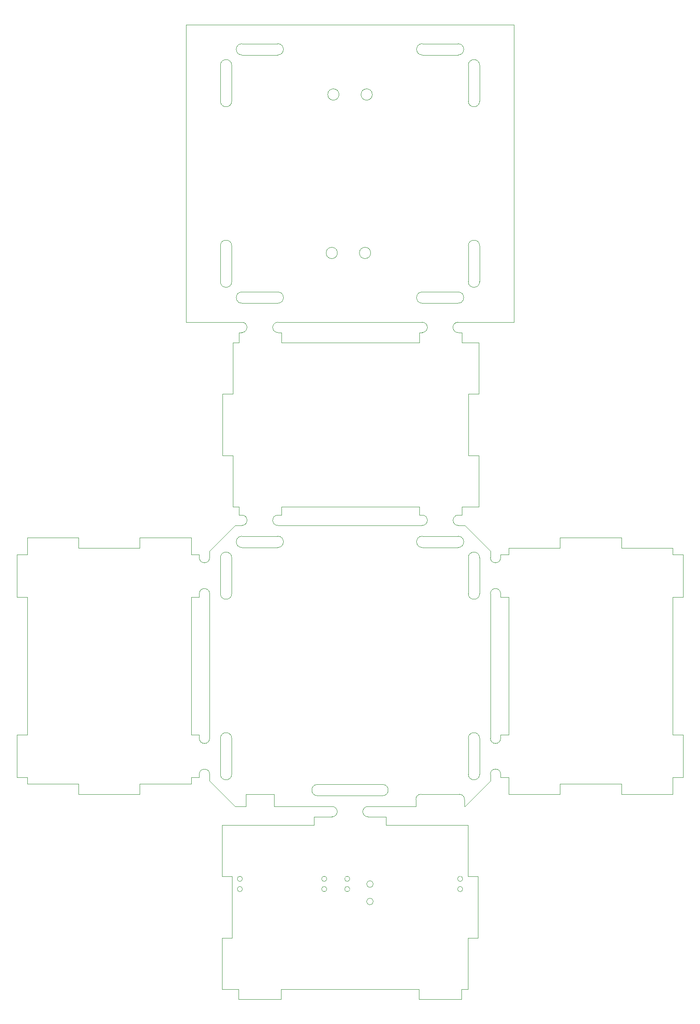
<source format=gm1>
G04 #@! TF.GenerationSoftware,KiCad,Pcbnew,(6.0.1)*
G04 #@! TF.CreationDate,2022-11-09T09:08:09-03:00*
G04 #@! TF.ProjectId,PANEL-COMPLETE,50414e45-4c2d-4434-9f4d-504c4554452e,Rev 3*
G04 #@! TF.SameCoordinates,Original*
G04 #@! TF.FileFunction,Profile,NP*
%FSLAX46Y46*%
G04 Gerber Fmt 4.6, Leading zero omitted, Abs format (unit mm)*
G04 Created by KiCad (PCBNEW (6.0.1)) date 2022-11-09 09:08:09*
%MOMM*%
%LPD*%
G01*
G04 APERTURE LIST*
G04 #@! TA.AperFunction,Profile*
%ADD10C,0.100000*%
G04 #@! TD*
G04 #@! TA.AperFunction,Profile*
%ADD11C,0.120000*%
G04 #@! TD*
G04 APERTURE END LIST*
D10*
X180898325Y-95539200D02*
G75*
G03*
X178698325Y-95539200I-1100000J0D01*
G01*
X226348325Y-203462925D02*
G75*
G03*
X225348325Y-202462925I-1000003J-3D01*
G01*
X226398325Y-150062725D02*
X225120772Y-150062725D01*
X180898325Y-191562725D02*
G75*
G03*
X178698325Y-191562725I-1100000J0D01*
G01*
X229298325Y-95539200D02*
X229298325Y-102539200D01*
X162975175Y-154462725D02*
X150975175Y-154462725D01*
X216848325Y-204862925D02*
X216848325Y-203462925D01*
X176598325Y-199862725D02*
X176598325Y-198578581D01*
X267008325Y-202462725D02*
X267008325Y-199212725D01*
X226998325Y-218462725D02*
X228998325Y-218462725D01*
X229109800Y-146452525D02*
X229109800Y-136452525D01*
X207498289Y-206862725D02*
X210998325Y-206862725D01*
X182248325Y-240462725D02*
X182248325Y-242462725D01*
X196998325Y-206862725D02*
X200498361Y-206862725D01*
X171998325Y-52439200D02*
X235998325Y-52439200D01*
X225098325Y-106739200D02*
X218098325Y-106739200D01*
X171998325Y-110439200D02*
X171998325Y-52439200D01*
X218095000Y-112452525D02*
X217559800Y-112452525D01*
X225998325Y-218962725D02*
G75*
G03*
X225998325Y-218962725I-500000J0D01*
G01*
X233408325Y-164012725D02*
X235008325Y-164012725D01*
X226398325Y-204862725D02*
X231398325Y-199862725D01*
X225098325Y-106739200D02*
G75*
G03*
X225098325Y-104539200I0J1100000D01*
G01*
X267008325Y-155712725D02*
X267008325Y-154462725D01*
X233408325Y-199212725D02*
X235008325Y-199212725D01*
X226398325Y-204862725D02*
X226348325Y-204862925D01*
X233408325Y-155712725D02*
X235008325Y-155712725D01*
X197648325Y-200562725D02*
G75*
G03*
X197648325Y-202762725I0J-1100000D01*
G01*
X227098325Y-191562725D02*
X227098325Y-198562725D01*
X227109800Y-124452525D02*
X229109800Y-124452525D01*
X231398325Y-156346583D02*
X231398325Y-155062725D01*
X182889500Y-148052525D02*
X182359800Y-148052525D01*
X174575175Y-199212725D02*
X172975175Y-199212725D01*
X228998325Y-218462725D02*
X228998325Y-230462725D01*
X180898325Y-60339200D02*
G75*
G03*
X178698325Y-60339200I-1100000J0D01*
G01*
X190659800Y-148052525D02*
X189906350Y-148052525D01*
X182890588Y-112452525D02*
X182359800Y-112452525D01*
X225061482Y-110439199D02*
G75*
G03*
X225163041Y-112452525I50780J-1006663D01*
G01*
X225098325Y-58339200D02*
G75*
G03*
X225098325Y-56139200I0J1100000D01*
G01*
X190548325Y-240462725D02*
X190548325Y-242462725D01*
X225859800Y-148052525D02*
X225859800Y-146452525D01*
X229298325Y-156362725D02*
G75*
G03*
X227098325Y-156362725I-1100000J0D01*
G01*
X233408325Y-163388867D02*
G75*
G03*
X231398325Y-163363200I-1004836J25666D01*
G01*
X178698325Y-191562725D02*
X178698325Y-198562725D01*
X235008325Y-199212725D02*
X235008325Y-202462725D01*
X225113650Y-148052525D02*
G75*
G03*
X225120772Y-150062725I3561J-1005100D01*
G01*
X229298325Y-95539200D02*
G75*
G03*
X227098325Y-95539200I-1100000J0D01*
G01*
X140975175Y-190912725D02*
X138975175Y-190912725D01*
X233408325Y-191566800D02*
X233408325Y-190912725D01*
X140975175Y-164012725D02*
X140975175Y-190912725D01*
X150975175Y-200462725D02*
X150975175Y-202462725D01*
X231398325Y-199862725D02*
X231398325Y-198558650D01*
X267008325Y-154462725D02*
X257008325Y-154462725D01*
X182880552Y-110439200D02*
X171998325Y-110439200D01*
X176598325Y-163383882D02*
G75*
G03*
X174575175Y-163383882I-1011575J0D01*
G01*
X174575175Y-156341568D02*
G75*
G03*
X176598325Y-156331568I1011600J-14D01*
G01*
X196998325Y-206862725D02*
X196998325Y-208462725D01*
X162975175Y-202462725D02*
X162975175Y-200462725D01*
X227098325Y-67339200D02*
G75*
G03*
X229298325Y-67339200I1100000J0D01*
G01*
X182248325Y-240462725D02*
X178998325Y-240462725D01*
X267008325Y-155712725D02*
X269008325Y-155712725D01*
X182898325Y-104539200D02*
G75*
G03*
X182898325Y-106739200I0J-1100000D01*
G01*
X174575175Y-190912725D02*
X172975175Y-190912725D01*
X162975175Y-200462725D02*
X172975175Y-200462725D01*
X190659800Y-146452525D02*
X217559800Y-146452525D01*
X229109800Y-114452525D02*
X225859800Y-114452525D01*
X229298325Y-163362725D02*
X229298325Y-156362725D01*
X218093900Y-150062725D02*
X189916350Y-150062725D01*
X178998325Y-208462725D02*
X196998325Y-208462725D01*
X178698325Y-163362725D02*
G75*
G03*
X180898325Y-163362725I1100000J0D01*
G01*
X172975175Y-200462725D02*
X172975175Y-199212725D01*
X210998325Y-206862725D02*
X210998325Y-208462725D01*
X203954000Y-220962725D02*
G75*
G03*
X203954000Y-220962725I-500000J0D01*
G01*
X269008325Y-199212725D02*
X269008325Y-190912725D01*
X218095000Y-112452526D02*
G75*
G03*
X218095000Y-110439200I1J1006663D01*
G01*
X203954000Y-218962725D02*
G75*
G03*
X203954000Y-218962725I-500000J0D01*
G01*
X174575175Y-190912725D02*
X174575175Y-191566764D01*
X182898325Y-154362725D02*
X189898325Y-154362725D01*
X179109800Y-124452525D02*
X179109800Y-136452525D01*
X140975175Y-199212725D02*
X138975175Y-199212725D01*
X231398325Y-191558650D02*
X231398325Y-163363200D01*
X218098325Y-56139200D02*
X225098325Y-56139200D01*
X189906350Y-148052525D02*
G75*
G03*
X189916350Y-150062725I5000J-1005100D01*
G01*
X229298325Y-198562725D02*
X229298325Y-191562725D01*
X179109800Y-136452525D02*
X181109800Y-136452525D01*
X180998325Y-218462725D02*
X178998325Y-218462725D01*
X235008325Y-164012725D02*
X235008325Y-190912725D01*
X180898325Y-95539200D02*
X180898325Y-102539200D01*
X235008325Y-202462725D02*
X245008325Y-202462725D01*
X189148325Y-202462925D02*
X183648325Y-202462925D01*
X180998325Y-218462725D02*
X180998325Y-230462725D01*
X226998325Y-240462725D02*
X225748325Y-240462725D01*
X172975175Y-152462725D02*
X162975175Y-152462725D01*
X225859800Y-146452525D02*
X229109800Y-146452525D01*
X225098325Y-58339200D02*
X218098325Y-58339200D01*
X267008325Y-190912725D02*
X267008325Y-164012725D01*
X210348325Y-202762725D02*
G75*
G03*
X210348325Y-200562725I0J1100000D01*
G01*
X217559800Y-114452525D02*
X190659800Y-114452525D01*
X174575175Y-163383882D02*
X174575175Y-164012725D01*
X181598325Y-150062725D02*
X176598325Y-155062725D01*
X180898325Y-163362725D02*
X180898325Y-156362725D01*
X176598325Y-191535711D02*
X176598325Y-163383882D01*
X200498361Y-206862725D02*
G75*
G03*
X200498361Y-204862925I0J999900D01*
G01*
X190548325Y-242462725D02*
X182248325Y-242462725D01*
X225859800Y-114452525D02*
X225859800Y-112452525D01*
X183648325Y-204862925D02*
X183648325Y-202462925D01*
X229298325Y-60339200D02*
X229298325Y-67339200D01*
X199458200Y-218962725D02*
G75*
G03*
X199458200Y-218962725I-500000J0D01*
G01*
X225348325Y-202462925D02*
X217848325Y-202462925D01*
X178698325Y-67339200D02*
X178698325Y-60339200D01*
X225098325Y-154362725D02*
G75*
G03*
X225098325Y-152162725I0J1100000D01*
G01*
X182998325Y-220962725D02*
G75*
G03*
X182998325Y-220962725I-500000J0D01*
G01*
X138975175Y-155712725D02*
X138975175Y-164012725D01*
X174575175Y-198558686D02*
X174575175Y-199212725D01*
X267008325Y-199212725D02*
X269008325Y-199212725D01*
X229298325Y-191562725D02*
G75*
G03*
X227098325Y-191562725I-1100000J0D01*
G01*
X218098325Y-56139200D02*
G75*
G03*
X218098325Y-58339200I0J-1100000D01*
G01*
X229109800Y-124452525D02*
X229109800Y-114452525D01*
X181109800Y-124452525D02*
X179109800Y-124452525D01*
X217848325Y-202462925D02*
G75*
G03*
X216848325Y-203462925I3J-1000003D01*
G01*
X227098325Y-102539200D02*
X227098325Y-95539200D01*
X217448325Y-240462725D02*
X190548325Y-240462725D01*
X235998325Y-110439200D02*
X225061482Y-110439200D01*
X207498361Y-204862925D02*
G75*
G03*
X207498289Y-206862725I13J-999900D01*
G01*
X182359800Y-148052525D02*
X182359800Y-146452525D01*
X174575175Y-155712725D02*
X172975175Y-155712725D01*
X174575175Y-155712725D02*
X174575175Y-156341568D01*
X245008325Y-154462725D02*
X235008325Y-154462725D01*
X150975175Y-152462725D02*
X140975175Y-152462725D01*
X180898325Y-156362725D02*
G75*
G03*
X178698325Y-156362725I-1100000J0D01*
G01*
X197648325Y-202762725D02*
X210348325Y-202762725D01*
X233408325Y-190912725D02*
X235008325Y-190912725D01*
X199458200Y-220962725D02*
G75*
G03*
X199458200Y-220962725I-500000J0D01*
G01*
X189898325Y-154362725D02*
G75*
G03*
X189898325Y-152162725I0J1100000D01*
G01*
X267008325Y-164012725D02*
X269008325Y-164012725D01*
X182890588Y-112452526D02*
G75*
G03*
X182880552Y-110439200I-5018J1006663D01*
G01*
X178698325Y-198562725D02*
G75*
G03*
X180898325Y-198562725I1100000J0D01*
G01*
X257008325Y-200462725D02*
X257008325Y-202462725D01*
X180898325Y-198562725D02*
X180898325Y-191562725D01*
X182998325Y-218962725D02*
G75*
G03*
X182998325Y-218962725I-500000J0D01*
G01*
X229109800Y-136452525D02*
X227109800Y-136452525D01*
X182889500Y-150062725D02*
G75*
G03*
X182889500Y-148052525I0J1005100D01*
G01*
X227098325Y-102539200D02*
G75*
G03*
X229298325Y-102539200I1100000J0D01*
G01*
X140975175Y-199212725D02*
X140975175Y-200462725D01*
X235008325Y-154462725D02*
X235008325Y-155712725D01*
X227098325Y-156362725D02*
X227098325Y-163362725D01*
X218098325Y-104539200D02*
X225098325Y-104539200D01*
X218093900Y-150062725D02*
G75*
G03*
X218093900Y-148052525I0J1005100D01*
G01*
X178998325Y-218462725D02*
X178998325Y-208462725D01*
X217559800Y-114452525D02*
X217559800Y-112452525D01*
X174575175Y-164012725D02*
X172975175Y-164012725D01*
X189148325Y-204862925D02*
X189148325Y-202462925D01*
X245008325Y-152462725D02*
X245008325Y-154462725D01*
X231398325Y-155062725D02*
X226398325Y-150062725D01*
X178698325Y-67339200D02*
G75*
G03*
X180898325Y-67339200I1100000J0D01*
G01*
X174575175Y-191566764D02*
G75*
G03*
X176598325Y-191535711I1011815J-119D01*
G01*
X183648325Y-204862925D02*
X181598325Y-204862725D01*
X210998325Y-208462725D02*
X226998325Y-208462725D01*
X182898325Y-152162725D02*
G75*
G03*
X182898325Y-154362725I0J-1100000D01*
G01*
X226998325Y-208462725D02*
X226998325Y-218462725D01*
X269008325Y-164012725D02*
X269008325Y-155712725D01*
X182898325Y-56139200D02*
X189898325Y-56139200D01*
X189898325Y-152162725D02*
X182898325Y-152162725D01*
X245008325Y-202462725D02*
X245008325Y-200462725D01*
X189898325Y-58339200D02*
X182898325Y-58339200D01*
X217448325Y-240462725D02*
X217448325Y-242462725D01*
X235998325Y-52439200D02*
X235998325Y-110439200D01*
X172975175Y-190912725D02*
X172975175Y-164012725D01*
X225998325Y-220962725D02*
G75*
G03*
X225998325Y-220962725I-500000J0D01*
G01*
X182898325Y-56139200D02*
G75*
G03*
X182898325Y-58339200I0J-1100000D01*
G01*
X182898325Y-104539200D02*
X189898325Y-104539200D01*
X216848325Y-204862925D02*
X207498361Y-204862925D01*
X267008325Y-190912725D02*
X269008325Y-190912725D01*
X189898325Y-106739200D02*
G75*
G03*
X189898325Y-104539200I0J1100000D01*
G01*
X225098325Y-152162725D02*
X218098325Y-152162725D01*
X182359800Y-114452525D02*
X182359800Y-112452525D01*
X181109800Y-146452525D02*
X182359800Y-146452525D01*
X218093900Y-148052525D02*
X217559800Y-148052525D01*
X150975175Y-154462725D02*
X150975175Y-152462725D01*
X178698325Y-102539200D02*
X178698325Y-95539200D01*
X217559800Y-148052525D02*
X217559800Y-146452525D01*
X182359800Y-114452525D02*
X181109800Y-114452525D01*
X178698325Y-102539200D02*
G75*
G03*
X180898325Y-102539200I1100000J0D01*
G01*
X200498361Y-204862925D02*
X189148325Y-204862925D01*
X172975175Y-155712725D02*
X172975175Y-152462725D01*
X225748325Y-240462725D02*
X225748325Y-242462725D01*
X233408325Y-198558650D02*
G75*
G03*
X231398325Y-198558650I-1005000J0D01*
G01*
X227109800Y-136452525D02*
X227109800Y-124452525D01*
X190659800Y-148052525D02*
X190659800Y-146452525D01*
X189905238Y-110439201D02*
G75*
G03*
X189915238Y-112452525I4998J-1006662D01*
G01*
X229298325Y-60339200D02*
G75*
G03*
X227098325Y-60339200I-1100000J0D01*
G01*
X181109800Y-114452525D02*
X181109800Y-124452525D01*
X178998325Y-230462725D02*
X180998325Y-230462725D01*
X218095000Y-110439200D02*
X189905238Y-110439200D01*
X140975175Y-200462725D02*
X150975175Y-200462725D01*
X231398325Y-156346583D02*
G75*
G03*
X233408325Y-156336583I1005025J-4D01*
G01*
X178998325Y-240462725D02*
X178998325Y-230462725D01*
X245008325Y-200462725D02*
X257008325Y-200462725D01*
X231398326Y-191558650D02*
G75*
G03*
X233408325Y-191566800I1004942J-18185D01*
G01*
X189898325Y-106739200D02*
X182898325Y-106739200D01*
X225748325Y-242462725D02*
X217448325Y-242462725D01*
X140975175Y-164012725D02*
X138975175Y-164012725D01*
X233408325Y-199212725D02*
X233408325Y-198558650D01*
X218098325Y-104539200D02*
G75*
G03*
X218098325Y-106739200I0J-1100000D01*
G01*
X225859800Y-112452525D02*
X225163041Y-112452525D01*
X182889500Y-150062725D02*
X181598325Y-150062725D01*
X227098325Y-163362725D02*
G75*
G03*
X229298325Y-163362725I1100000J0D01*
G01*
X176598325Y-156331568D02*
X176598325Y-155062725D01*
X257008325Y-152462725D02*
X245008325Y-152462725D01*
X189898325Y-58339200D02*
G75*
G03*
X189898325Y-56139200I0J1100000D01*
G01*
X225859800Y-148052525D02*
X225113650Y-148052525D01*
X176598325Y-199862725D02*
X181598325Y-204862725D01*
X257008325Y-202462725D02*
X267008325Y-202462725D01*
X140975175Y-155712725D02*
X138975175Y-155712725D01*
X176598325Y-198578581D02*
G75*
G03*
X174575175Y-198558686I-1011673J0D01*
G01*
X178698325Y-156362725D02*
X178698325Y-163362725D01*
X180898325Y-60339200D02*
X180898325Y-67339200D01*
X140975175Y-152462725D02*
X140975175Y-155712725D01*
X228998325Y-230462725D02*
X226998325Y-230462725D01*
X162975175Y-152462725D02*
X162975175Y-154462725D01*
X227098325Y-198562725D02*
G75*
G03*
X229298325Y-198562725I1100000J0D01*
G01*
X181109800Y-146452525D02*
X181109800Y-136452525D01*
X226348325Y-204862925D02*
X226348325Y-203462925D01*
X150975175Y-202462725D02*
X162975175Y-202462725D01*
X233408325Y-156336583D02*
X233408325Y-155712725D01*
X233408325Y-164012725D02*
X233408325Y-163388867D01*
X190659800Y-114452525D02*
X190659800Y-112452525D01*
X138975175Y-190912725D02*
X138975175Y-199212725D01*
X210348325Y-200562725D02*
X197648325Y-200562725D01*
X257008325Y-154462725D02*
X257008325Y-152462725D01*
X226998325Y-230462725D02*
X226998325Y-240462725D01*
X218098325Y-152162725D02*
G75*
G03*
X218098325Y-154362725I0J-1100000D01*
G01*
X218098325Y-154362725D02*
X225098325Y-154362725D01*
X190659800Y-112452525D02*
X189915238Y-112452525D01*
X227098325Y-67339200D02*
X227098325Y-60339200D01*
D11*
X208348325Y-66044800D02*
G75*
G03*
X208348325Y-66044800I-1100000J0D01*
G01*
X201848325Y-66044800D02*
G75*
G03*
X201848325Y-66044800I-1100000J0D01*
G01*
X208538791Y-223378925D02*
G75*
G03*
X208538791Y-223378925I-650000J0D01*
G01*
X208538791Y-219978925D02*
G75*
G03*
X208538791Y-219978925I-650000J0D01*
G01*
X201537600Y-96935875D02*
G75*
G03*
X201537600Y-96935875I-1100000J0D01*
G01*
X208037600Y-96935875D02*
G75*
G03*
X208037600Y-96935875I-1100000J0D01*
G01*
M02*

</source>
